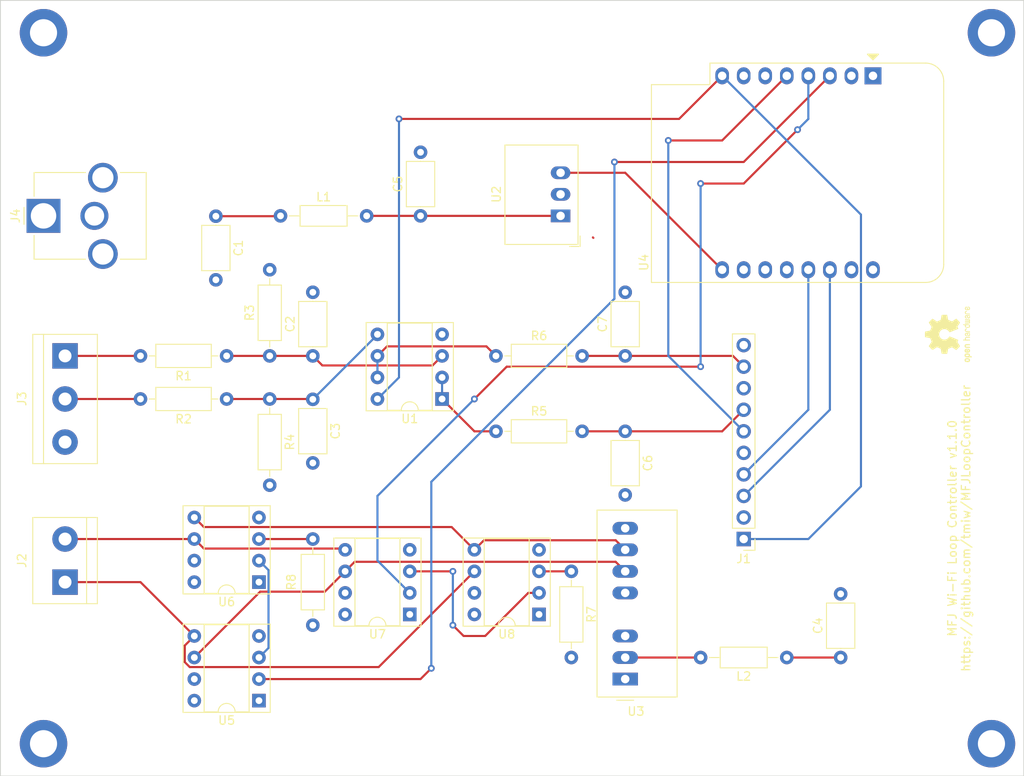
<source format=kicad_pcb>
(kicad_pcb (version 20171130) (host pcbnew "(5.1.7-0-10_14)")
  (layers (0 F.Cu signal hide) (1 In1.Cu signal hide) (2 In2.Cu signal) (31 B.Cu signal hide) (34 B.Paste user) (35 F.Paste user) (36 B.SilkS user) (37 F.SilkS user) (38 B.Mask user) (39 F.Mask user) (44 Edge.Cuts user))
  (net 0 "")
  (net 1 GND)
  (net 2 +12V)
  (net 3 "Net-(C2-Pad1)")
  (net 4 "Net-(C3-Pad1)")
  (net 5 /ISOLATED_12V)
  (net 6 /ISOLATED_GND)
  (net 7 "Net-(C7-Pad1)")
  (net 8 /BIAS_R)
  (net 9 /BIAS_L)
  (net 10 /REV_PWR)
  (net 11 /FWD_POWER)
  (net 12 /POWER_5V)
  (net 13 "Net-(U3-Pad8)")
  (net 14 "Net-(U3-Pad3)")
  (net 15 /GPIO_TUNE_UP)
  (net 16 "Net-(U4-Pad7)")
  (net 17 "Net-(U4-Pad1)")
  (net 18 "Net-(U5-Pad8)")
  (net 19 "Net-(U5-Pad4)")
  (net 20 "Net-(U5-Pad7)")
  (net 21 "Net-(U5-Pad3)")
  (net 22 /GPIO_TUNE_DOWN)
  (net 23 "Net-(U5-Pad1)")
  (net 24 "Net-(U6-Pad8)")
  (net 25 "Net-(U6-Pad4)")
  (net 26 "Net-(U6-Pad7)")
  (net 27 "Net-(U6-Pad1)")
  (net 28 /ADC_SCL)
  (net 29 /ADC_SDA)
  (net 30 /POWER_3.3V)
  (net 31 "Net-(U7-Pad7)")
  (net 32 "Net-(U7-Pad1)")
  (net 33 "Net-(C5-Pad1)")
  (net 34 "Net-(C6-Pad1)")
  (net 35 /ADC_ALERT)
  (net 36 "Net-(L2-Pad2)")
  (net 37 "Net-(R5-Pad1)")
  (net 38 "Net-(R6-Pad1)")
  (net 39 "Net-(R7-Pad1)")
  (net 40 "Net-(R8-Pad1)")
  (net 41 "Net-(U3-Pad5)")
  (net 42 "Net-(U4-Pad16)")
  (net 43 "Net-(U4-Pad15)")
  (net 44 "Net-(U4-Pad12)")
  (net 45 "Net-(U4-Pad11)")
  (net 46 "Net-(U4-Pad6)")
  (net 47 "Net-(U4-Pad2)")
  (net 48 "Net-(U7-Pad8)")
  (net 49 "Net-(U7-Pad4)")
  (net 50 "Net-(U7-Pad3)")
  (net 51 "Net-(U8-Pad8)")
  (net 52 "Net-(U8-Pad4)")
  (net 53 "Net-(U8-Pad7)")
  (net 54 "Net-(U8-Pad1)")
  (module Symbol:OSHW-Logo2_7.3x6mm_SilkScreen (layer F.Cu) (at 170.18 64.77 90)
    (fp_text reference REF** hide)
    (fp_text value OSHW-Logo2_7.3x6mm_SilkScreen hide)
  )
  (module TerminalBlock:TerminalBlock_bornier-3_P5.08mm (layer F.Cu) (at 66.04 67.31 270)
    (fp_text reference J3 (at 5.05 5.08 90) (layer F.SilkS))
    (fp_text value "SWR Bridge")
    (pad 3 thru_hole circle (at 10.16 0 270) (size 3 3) (drill 1.52) (layers *.Cu *.Mask) (net 1 GND))
    (pad 2 thru_hole circle (at 5.08 0 270) (size 3 3) (drill 1.52) (layers *.Cu *.Mask) (net 10 /REV_PWR))
    (pad 1 thru_hole rect (at 0 0 270) (size 3 3) (drill 1.52) (layers *.Cu *.Mask) (net 11 /FWD_POWER))
  )
  (module Converter_DCDC:Converter_DCDC_RECOM_R-78E-0.5_THT (layer F.Cu) (at 124.46 50.8 90)
    (fp_text reference U2 (at 2.54 -7.56 90) (layer F.SilkS))
    (fp_text value R-785.0-1.0)
    (pad 3 thru_hole oval (at 5.08 0 90) (size 1.5 2.3) (drill 1) (layers *.Cu *.Mask) (net 12 /POWER_5V))
    (pad 2 thru_hole oval (at 2.54 0 90) (size 1.5 2.3) (drill 1) (layers *.Cu *.Mask) (net 1 GND))
    (pad 1 thru_hole rect (at 0 0 90) (size 1.5 2.3) (drill 1) (layers *.Cu *.Mask) (net 33 "Net-(C5-Pad1)"))
  )
  (module Connector_BarrelJack:BarrelJack_CUI_PJ-063AH_Horizontal_CircularHoles (layer F.Cu) (at 63.5 50.8 90)
    (fp_text reference J4 (at 0 -3.3 90) (layer F.SilkS))
    (fp_text value DC+12V)
    (pad "" np_thru_hole circle (at 0 9 90) (size 1.6 1.6) (drill 1.6) (layers *.Cu *.Mask))
    (pad MP thru_hole circle (at 4.5 7 90) (size 3.5 3.5) (drill 2.5) (layers *.Cu *.Mask))
    (pad MP thru_hole circle (at -4.5 7 90) (size 3.5 3.5) (drill 2.5) (layers *.Cu *.Mask))
    (pad 2 thru_hole circle (at 0 6 90) (size 3.3 3.3) (drill 2.3) (layers *.Cu *.Mask) (net 2 +12V))
    (pad 1 thru_hole rect (at 0 0 90) (size 4 4) (drill 3) (layers *.Cu *.Mask) (net 1 GND))
  )
  (module TerminalBlock:TerminalBlock_bornier-2_P5.08mm (layer F.Cu) (at 66.04 93.98 90)
    (fp_text reference J2 (at 2.54 -5.08 90) (layer F.SilkS))
    (fp_text value "Bias Tee")
    (pad 2 thru_hole circle (at 5.08 0 90) (size 3 3) (drill 1.52) (layers *.Cu *.Mask) (net 8 /BIAS_R))
    (pad 1 thru_hole rect (at 0 0 90) (size 3 3) (drill 1.52) (layers *.Cu *.Mask) (net 9 /BIAS_L))
  )
  (module Connector_PinHeader_2.54mm:PinHeader_1x10_P2.54mm_Vertical (layer F.Cu) (at 146.05 88.9 180)
    (fp_text reference J1 (at 0 -2.33) (layer F.SilkS))
    (fp_text value "Adafruit ADS1115")
    (pad 10 thru_hole oval (at 0 22.86 180) (size 1.7 1.7) (drill 1) (layers *.Cu *.Mask) (net 1 GND))
    (pad 9 thru_hole oval (at 0 20.32 180) (size 1.7 1.7) (drill 1) (layers *.Cu *.Mask) (net 7 "Net-(C7-Pad1)"))
    (pad 8 thru_hole oval (at 0 17.78 180) (size 1.7 1.7) (drill 1) (layers *.Cu *.Mask) (net 1 GND))
    (pad 7 thru_hole oval (at 0 15.24 180) (size 1.7 1.7) (drill 1) (layers *.Cu *.Mask) (net 34 "Net-(C6-Pad1)"))
    (pad 6 thru_hole oval (at 0 12.7 180) (size 1.7 1.7) (drill 1) (layers *.Cu *.Mask) (net 35 /ADC_ALERT))
    (pad 5 thru_hole oval (at 0 10.16 180) (size 1.7 1.7) (drill 1) (layers *.Cu *.Mask) (net 1 GND))
    (pad 4 thru_hole oval (at 0 7.62 180) (size 1.7 1.7) (drill 1) (layers *.Cu *.Mask) (net 29 /ADC_SDA))
    (pad 3 thru_hole oval (at 0 5.08 180) (size 1.7 1.7) (drill 1) (layers *.Cu *.Mask) (net 28 /ADC_SCL))
    (pad 2 thru_hole oval (at 0 2.54 180) (size 1.7 1.7) (drill 1) (layers *.Cu *.Mask) (net 1 GND))
    (pad 1 thru_hole rect (at 0 0 180) (size 1.7 1.7) (drill 1) (layers *.Cu *.Mask) (net 30 /POWER_3.3V))
  )
  (module MountingHole:MountingHole_3.2mm_M3_DIN965_Pad_TopBottom (layer F.Cu) (at 63.5 29.21)
    (fp_text reference H1 (at 0 0) (layer F.SilkS))
    (fp_text value MountingHole_Pad)
    (pad 1 connect circle (at 0 0) (size 5.6 5.6) (layers B.Cu B.Mask) (net 1 GND))
    (pad 1 connect circle (at 0 0) (size 5.6 5.6) (layers F.Cu F.Mask) (net 1 GND))
    (pad 1 thru_hole circle (at 0 0) (size 3.6 3.6) (drill 3.2) (layers *.Cu *.Mask) (net 1 GND))
  )
  (module Package_DIP:DIP-8_W7.62mm_Socket (layer F.Cu) (at 121.92 97.79 180)
    (fp_text reference U8 (at 3.81 -2.33) (layer F.SilkS))
    (fp_text value LCC120)
    (pad 8 thru_hole oval (at 7.62 0 180) (size 1.6 1.6) (drill 0.8) (layers *.Cu *.Mask) (net 51 "Net-(U8-Pad8)"))
    (pad 4 thru_hole oval (at 0 7.62 180) (size 1.6 1.6) (drill 0.8) (layers *.Cu *.Mask) (net 52 "Net-(U8-Pad4)"))
    (pad 7 thru_hole oval (at 7.62 2.54 180) (size 1.6 1.6) (drill 0.8) (layers *.Cu *.Mask) (net 53 "Net-(U8-Pad7)"))
    (pad 3 thru_hole oval (at 0 5.08 180) (size 1.6 1.6) (drill 0.8) (layers *.Cu *.Mask) (net 39 "Net-(R7-Pad1)"))
    (pad 6 thru_hole oval (at 7.62 5.08 180) (size 1.6 1.6) (drill 0.8) (layers *.Cu *.Mask) (net 9 /BIAS_L))
    (pad 2 thru_hole oval (at 0 2.54 180) (size 1.6 1.6) (drill 0.8) (layers *.Cu *.Mask) (net 50 "Net-(U7-Pad3)"))
    (pad 5 thru_hole oval (at 7.62 7.62 180) (size 1.6 1.6) (drill 0.8) (layers *.Cu *.Mask) (net 6 /ISOLATED_GND))
    (pad 1 thru_hole rect (at 0 0 180) (size 1.6 1.6) (drill 0.8) (layers *.Cu *.Mask) (net 54 "Net-(U8-Pad1)"))
  )
  (module Package_DIP:DIP-8_W7.62mm_Socket (layer F.Cu) (at 106.68 97.79 180)
    (fp_text reference U7 (at 3.81 -2.33) (layer F.SilkS))
    (fp_text value LCC120)
    (pad 8 thru_hole oval (at 7.62 0 180) (size 1.6 1.6) (drill 0.8) (layers *.Cu *.Mask) (net 48 "Net-(U7-Pad8)"))
    (pad 4 thru_hole oval (at 0 7.62 180) (size 1.6 1.6) (drill 0.8) (layers *.Cu *.Mask) (net 49 "Net-(U7-Pad4)"))
    (pad 7 thru_hole oval (at 7.62 2.54 180) (size 1.6 1.6) (drill 0.8) (layers *.Cu *.Mask) (net 31 "Net-(U7-Pad7)"))
    (pad 3 thru_hole oval (at 0 5.08 180) (size 1.6 1.6) (drill 0.8) (layers *.Cu *.Mask) (net 50 "Net-(U7-Pad3)"))
    (pad 6 thru_hole oval (at 7.62 5.08 180) (size 1.6 1.6) (drill 0.8) (layers *.Cu *.Mask) (net 5 /ISOLATED_12V))
    (pad 2 thru_hole oval (at 0 2.54 180) (size 1.6 1.6) (drill 0.8) (layers *.Cu *.Mask) (net 22 /GPIO_TUNE_DOWN))
    (pad 5 thru_hole oval (at 7.62 7.62 180) (size 1.6 1.6) (drill 0.8) (layers *.Cu *.Mask) (net 8 /BIAS_R))
    (pad 1 thru_hole rect (at 0 0 180) (size 1.6 1.6) (drill 0.8) (layers *.Cu *.Mask) (net 32 "Net-(U7-Pad1)"))
  )
  (module Package_DIP:DIP-8_W7.62mm_Socket (layer F.Cu) (at 88.9 93.98 180)
    (fp_text reference U6 (at 3.81 -2.33) (layer F.SilkS))
    (fp_text value LCC120)
    (pad 8 thru_hole oval (at 7.62 0 180) (size 1.6 1.6) (drill 0.8) (layers *.Cu *.Mask) (net 24 "Net-(U6-Pad8)"))
    (pad 4 thru_hole oval (at 0 7.62 180) (size 1.6 1.6) (drill 0.8) (layers *.Cu *.Mask) (net 25 "Net-(U6-Pad4)"))
    (pad 7 thru_hole oval (at 7.62 2.54 180) (size 1.6 1.6) (drill 0.8) (layers *.Cu *.Mask) (net 26 "Net-(U6-Pad7)"))
    (pad 3 thru_hole oval (at 0 5.08 180) (size 1.6 1.6) (drill 0.8) (layers *.Cu *.Mask) (net 40 "Net-(R8-Pad1)"))
    (pad 6 thru_hole oval (at 7.62 5.08 180) (size 1.6 1.6) (drill 0.8) (layers *.Cu *.Mask) (net 8 /BIAS_R))
    (pad 2 thru_hole oval (at 0 2.54 180) (size 1.6 1.6) (drill 0.8) (layers *.Cu *.Mask) (net 21 "Net-(U5-Pad3)"))
    (pad 5 thru_hole oval (at 7.62 7.62 180) (size 1.6 1.6) (drill 0.8) (layers *.Cu *.Mask) (net 6 /ISOLATED_GND))
    (pad 1 thru_hole rect (at 0 0 180) (size 1.6 1.6) (drill 0.8) (layers *.Cu *.Mask) (net 27 "Net-(U6-Pad1)"))
  )
  (module Package_DIP:DIP-8_W7.62mm_Socket (layer F.Cu) (at 88.9 107.95 180)
    (fp_text reference U5 (at 3.81 -2.33) (layer F.SilkS))
    (fp_text value LCC120)
    (pad 8 thru_hole oval (at 7.62 0 180) (size 1.6 1.6) (drill 0.8) (layers *.Cu *.Mask) (net 18 "Net-(U5-Pad8)"))
    (pad 4 thru_hole oval (at 0 7.62 180) (size 1.6 1.6) (drill 0.8) (layers *.Cu *.Mask) (net 19 "Net-(U5-Pad4)"))
    (pad 7 thru_hole oval (at 7.62 2.54 180) (size 1.6 1.6) (drill 0.8) (layers *.Cu *.Mask) (net 20 "Net-(U5-Pad7)"))
    (pad 3 thru_hole oval (at 0 5.08 180) (size 1.6 1.6) (drill 0.8) (layers *.Cu *.Mask) (net 21 "Net-(U5-Pad3)"))
    (pad 6 thru_hole oval (at 7.62 5.08 180) (size 1.6 1.6) (drill 0.8) (layers *.Cu *.Mask) (net 5 /ISOLATED_12V))
    (pad 2 thru_hole oval (at 0 2.54 180) (size 1.6 1.6) (drill 0.8) (layers *.Cu *.Mask) (net 15 /GPIO_TUNE_UP))
    (pad 5 thru_hole oval (at 7.62 7.62 180) (size 1.6 1.6) (drill 0.8) (layers *.Cu *.Mask) (net 9 /BIAS_L))
    (pad 1 thru_hole rect (at 0 0 180) (size 1.6 1.6) (drill 0.8) (layers *.Cu *.Mask) (net 23 "Net-(U5-Pad1)"))
  )
  (module Module:WEMOS_D1_mini_light (layer F.Cu) (at 161.29 34.29 270)
    (fp_text reference U4 (at 22 27 90) (layer F.SilkS))
    (fp_text value WeMos_D1_mini)
    (pad 16 thru_hole oval (at 22.86 0 270) (size 2 1.6) (drill 1) (layers *.Cu *.Mask) (net 42 "Net-(U4-Pad16)"))
    (pad 15 thru_hole oval (at 22.86 2.54 270) (size 2 1.6) (drill 1) (layers *.Cu *.Mask) (net 43 "Net-(U4-Pad15)"))
    (pad 14 thru_hole oval (at 22.86 5.08 270) (size 2 1.6) (drill 1) (layers *.Cu *.Mask) (net 28 /ADC_SCL))
    (pad 13 thru_hole oval (at 22.86 7.62 270) (size 2 1.6) (drill 1) (layers *.Cu *.Mask) (net 29 /ADC_SDA))
    (pad 12 thru_hole oval (at 22.86 10.16 270) (size 2 1.6) (drill 1) (layers *.Cu *.Mask) (net 44 "Net-(U4-Pad12)"))
    (pad 11 thru_hole oval (at 22.86 12.7 270) (size 2 1.6) (drill 1) (layers *.Cu *.Mask) (net 45 "Net-(U4-Pad11)"))
    (pad 10 thru_hole oval (at 22.86 15.24 270) (size 2 1.6) (drill 1) (layers *.Cu *.Mask) (net 1 GND))
    (pad 9 thru_hole oval (at 22.86 17.78 270) (size 2 1.6) (drill 1) (layers *.Cu *.Mask) (net 12 /POWER_5V))
    (pad 8 thru_hole oval (at 0 17.78 270) (size 2 1.6) (drill 1) (layers *.Cu *.Mask) (net 30 /POWER_3.3V))
    (pad 7 thru_hole oval (at 0 15.24 270) (size 2 1.6) (drill 1) (layers *.Cu *.Mask) (net 16 "Net-(U4-Pad7)"))
    (pad 6 thru_hole oval (at 0 12.7 270) (size 2 1.6) (drill 1) (layers *.Cu *.Mask) (net 46 "Net-(U4-Pad6)"))
    (pad 5 thru_hole oval (at 0 10.16 270) (size 2 1.6) (drill 1) (layers *.Cu *.Mask) (net 35 /ADC_ALERT))
    (pad 4 thru_hole oval (at 0 7.62 270) (size 2 1.6) (drill 1) (layers *.Cu *.Mask) (net 22 /GPIO_TUNE_DOWN))
    (pad 3 thru_hole oval (at 0 5.08 270) (size 2 1.6) (drill 1) (layers *.Cu *.Mask) (net 15 /GPIO_TUNE_UP))
    (pad 1 thru_hole rect (at 0 0 270) (size 2 2) (drill 1) (layers *.Cu *.Mask) (net 17 "Net-(U4-Pad1)"))
    (pad 2 thru_hole oval (at 0 2.54 270) (size 2 1.6) (drill 1) (layers *.Cu *.Mask) (net 47 "Net-(U4-Pad2)"))
  )
  (module Converter_DCDC:Converter_DCDC_TRACO_TMR-xxxx_THT (layer F.Cu) (at 132.08 105.41 90)
    (fp_text reference U3 (at -3.81 1.27 180) (layer F.SilkS))
    (fp_text value TMR3-1212)
    (pad 8 thru_hole oval (at 17.78 0 90) (size 1.5 3) (drill 1) (layers *.Cu *.Mask) (net 13 "Net-(U3-Pad8)"))
    (pad 7 thru_hole oval (at 15.24 0 90) (size 1.5 3) (drill 1) (layers *.Cu *.Mask) (net 6 /ISOLATED_GND))
    (pad 3 thru_hole oval (at 5.08 0 90) (size 1.5 3) (drill 1) (layers *.Cu *.Mask) (net 14 "Net-(U3-Pad3)"))
    (pad 6 thru_hole oval (at 12.7 0 90) (size 1.5 3) (drill 1) (layers *.Cu *.Mask) (net 5 /ISOLATED_12V))
    (pad 5 thru_hole oval (at 10.16 0 90) (size 1.5 3) (drill 1) (layers *.Cu *.Mask) (net 41 "Net-(U3-Pad5)"))
    (pad 2 thru_hole oval (at 2.54 0 90) (size 1.5 3) (drill 1) (layers *.Cu *.Mask) (net 36 "Net-(L2-Pad2)"))
    (pad 1 thru_hole rect (at 0 0 90) (size 1.5 3) (drill 1) (layers *.Cu *.Mask) (net 1 GND))
  )
  (module Package_DIP:DIP-8_W7.62mm_Socket (layer F.Cu) (at 110.49 72.39 180)
    (fp_text reference U1 (at 3.81 -2.33) (layer F.SilkS))
    (fp_text value AD8032)
    (pad 8 thru_hole oval (at 7.62 0 180) (size 1.6 1.6) (drill 0.8) (layers *.Cu *.Mask) (net 30 /POWER_3.3V))
    (pad 4 thru_hole oval (at 0 7.62 180) (size 1.6 1.6) (drill 0.8) (layers *.Cu *.Mask) (net 1 GND))
    (pad 7 thru_hole oval (at 7.62 2.54 180) (size 1.6 1.6) (drill 0.8) (layers *.Cu *.Mask) (net 38 "Net-(R6-Pad1)"))
    (pad 3 thru_hole oval (at 0 5.08 180) (size 1.6 1.6) (drill 0.8) (layers *.Cu *.Mask) (net 3 "Net-(C2-Pad1)"))
    (pad 6 thru_hole oval (at 7.62 5.08 180) (size 1.6 1.6) (drill 0.8) (layers *.Cu *.Mask) (net 38 "Net-(R6-Pad1)"))
    (pad 2 thru_hole oval (at 0 2.54 180) (size 1.6 1.6) (drill 0.8) (layers *.Cu *.Mask) (net 37 "Net-(R5-Pad1)"))
    (pad 5 thru_hole oval (at 7.62 7.62 180) (size 1.6 1.6) (drill 0.8) (layers *.Cu *.Mask) (net 4 "Net-(C3-Pad1)"))
    (pad 1 thru_hole rect (at 0 0 180) (size 1.6 1.6) (drill 0.8) (layers *.Cu *.Mask) (net 37 "Net-(R5-Pad1)"))
  )
  (module Resistor_THT:R_Axial_DIN0207_L6.3mm_D2.5mm_P10.16mm_Horizontal (layer F.Cu) (at 95.25 88.9 270)
    (fp_text reference R8 (at 5.08 2.54 90) (layer F.SilkS))
    (fp_text value 100)
    (pad 2 thru_hole oval (at 10.16 0 270) (size 1.6 1.6) (drill 0.8) (layers *.Cu *.Mask) (net 1 GND))
    (pad 1 thru_hole circle (at 0 0 270) (size 1.6 1.6) (drill 0.8) (layers *.Cu *.Mask) (net 40 "Net-(R8-Pad1)"))
  )
  (module Resistor_THT:R_Axial_DIN0207_L6.3mm_D2.5mm_P10.16mm_Horizontal (layer F.Cu) (at 125.73 92.71 270)
    (fp_text reference R7 (at 5.08 -2.37 90) (layer F.SilkS))
    (fp_text value 100)
    (pad 2 thru_hole oval (at 10.16 0 270) (size 1.6 1.6) (drill 0.8) (layers *.Cu *.Mask) (net 1 GND))
    (pad 1 thru_hole circle (at 0 0 270) (size 1.6 1.6) (drill 0.8) (layers *.Cu *.Mask) (net 39 "Net-(R7-Pad1)"))
  )
  (module Resistor_THT:R_Axial_DIN0207_L6.3mm_D2.5mm_P10.16mm_Horizontal (layer F.Cu) (at 116.84 67.31)
    (fp_text reference R6 (at 5.08 -2.37) (layer F.SilkS))
    (fp_text value 150)
    (pad 2 thru_hole oval (at 10.16 0) (size 1.6 1.6) (drill 0.8) (layers *.Cu *.Mask) (net 7 "Net-(C7-Pad1)"))
    (pad 1 thru_hole circle (at 0 0) (size 1.6 1.6) (drill 0.8) (layers *.Cu *.Mask) (net 38 "Net-(R6-Pad1)"))
  )
  (module Resistor_THT:R_Axial_DIN0207_L6.3mm_D2.5mm_P10.16mm_Horizontal (layer F.Cu) (at 116.84 76.2)
    (fp_text reference R5 (at 5.08 -2.37) (layer F.SilkS))
    (fp_text value 150)
    (pad 2 thru_hole oval (at 10.16 0) (size 1.6 1.6) (drill 0.8) (layers *.Cu *.Mask) (net 34 "Net-(C6-Pad1)"))
    (pad 1 thru_hole circle (at 0 0) (size 1.6 1.6) (drill 0.8) (layers *.Cu *.Mask) (net 37 "Net-(R5-Pad1)"))
  )
  (module Resistor_THT:R_Axial_DIN0207_L6.3mm_D2.5mm_P10.16mm_Horizontal (layer F.Cu) (at 90.17 72.39 270)
    (fp_text reference R4 (at 5.08 -2.37 90) (layer F.SilkS))
    (fp_text value 18K)
    (pad 2 thru_hole oval (at 10.16 0 270) (size 1.6 1.6) (drill 0.8) (layers *.Cu *.Mask) (net 1 GND))
    (pad 1 thru_hole circle (at 0 0 270) (size 1.6 1.6) (drill 0.8) (layers *.Cu *.Mask) (net 4 "Net-(C3-Pad1)"))
  )
  (module Resistor_THT:R_Axial_DIN0207_L6.3mm_D2.5mm_P10.16mm_Horizontal (layer F.Cu) (at 90.17 67.31 90)
    (fp_text reference R3 (at 5.08 -2.37 90) (layer F.SilkS))
    (fp_text value 18K)
    (pad 2 thru_hole oval (at 10.16 0 90) (size 1.6 1.6) (drill 0.8) (layers *.Cu *.Mask) (net 1 GND))
    (pad 1 thru_hole circle (at 0 0 90) (size 1.6 1.6) (drill 0.8) (layers *.Cu *.Mask) (net 3 "Net-(C2-Pad1)"))
  )
  (module Resistor_THT:R_Axial_DIN0207_L6.3mm_D2.5mm_P10.16mm_Horizontal (layer F.Cu) (at 85.09 72.39 180)
    (fp_text reference R2 (at 5.08 -2.37) (layer F.SilkS))
    (fp_text value 22K)
    (pad 2 thru_hole oval (at 10.16 0 180) (size 1.6 1.6) (drill 0.8) (layers *.Cu *.Mask) (net 10 /REV_PWR))
    (pad 1 thru_hole circle (at 0 0 180) (size 1.6 1.6) (drill 0.8) (layers *.Cu *.Mask) (net 4 "Net-(C3-Pad1)"))
  )
  (module Resistor_THT:R_Axial_DIN0207_L6.3mm_D2.5mm_P10.16mm_Horizontal (layer F.Cu) (at 85.09 67.31 180)
    (fp_text reference R1 (at 5.08 -2.37) (layer F.SilkS))
    (fp_text value 22K)
    (pad 2 thru_hole oval (at 10.16 0 180) (size 1.6 1.6) (drill 0.8) (layers *.Cu *.Mask) (net 11 /FWD_POWER))
    (pad 1 thru_hole circle (at 0 0 180) (size 1.6 1.6) (drill 0.8) (layers *.Cu *.Mask) (net 3 "Net-(C2-Pad1)"))
  )
  (module Inductor_THT:L_Axial_L5.3mm_D2.2mm_P10.16mm_Horizontal_Vishay_IM-1 (layer F.Cu) (at 151.13 102.87 180)
    (fp_text reference L2 (at 5.08 -2.22) (layer F.SilkS))
    (fp_text value 18uH)
    (pad 2 thru_hole oval (at 10.16 0 180) (size 1.6 1.6) (drill 0.8) (layers *.Cu *.Mask) (net 36 "Net-(L2-Pad2)"))
    (pad 1 thru_hole circle (at 0 0 180) (size 1.6 1.6) (drill 0.8) (layers *.Cu *.Mask) (net 2 +12V))
  )
  (module Inductor_THT:L_Axial_L5.3mm_D2.2mm_P10.16mm_Horizontal_Vishay_IM-1 (layer F.Cu) (at 91.44 50.8)
    (fp_text reference L1 (at 5.08 -2.22) (layer F.SilkS))
    (fp_text value 5.6uH)
    (pad 2 thru_hole oval (at 10.16 0) (size 1.6 1.6) (drill 0.8) (layers *.Cu *.Mask) (net 33 "Net-(C5-Pad1)"))
    (pad 1 thru_hole circle (at 0 0) (size 1.6 1.6) (drill 0.8) (layers *.Cu *.Mask) (net 2 +12V))
  )
  (module Capacitor_THT:C_Axial_L5.1mm_D3.1mm_P7.50mm_Horizontal (layer F.Cu) (at 132.08 76.2 270)
    (fp_text reference C6 (at 3.75 -2.67 90) (layer F.SilkS))
    (fp_text value 2.2uF)
    (pad 2 thru_hole oval (at 7.5 0 270) (size 1.6 1.6) (drill 0.8) (layers *.Cu *.Mask) (net 1 GND))
    (pad 1 thru_hole circle (at 0 0 270) (size 1.6 1.6) (drill 0.8) (layers *.Cu *.Mask) (net 34 "Net-(C6-Pad1)"))
  )
  (module Capacitor_THT:C_Axial_L5.1mm_D3.1mm_P7.50mm_Horizontal (layer F.Cu) (at 132.08 67.31 90)
    (fp_text reference C7 (at 3.75 -2.67 90) (layer F.SilkS))
    (fp_text value 2.2uF)
    (pad 2 thru_hole oval (at 7.5 0 90) (size 1.6 1.6) (drill 0.8) (layers *.Cu *.Mask) (net 1 GND))
    (pad 1 thru_hole circle (at 0 0 90) (size 1.6 1.6) (drill 0.8) (layers *.Cu *.Mask) (net 7 "Net-(C7-Pad1)"))
  )
  (module Capacitor_THT:C_Axial_L5.1mm_D3.1mm_P7.50mm_Horizontal (layer F.Cu) (at 83.82 50.84 270)
    (fp_text reference C1 (at 3.75 -2.67 90) (layer F.SilkS))
    (fp_text value "10uF 100V")
    (pad 2 thru_hole oval (at 7.5 0 270) (size 1.6 1.6) (drill 0.8) (layers *.Cu *.Mask) (net 1 GND))
    (pad 1 thru_hole circle (at 0 0 270) (size 1.6 1.6) (drill 0.8) (layers *.Cu *.Mask) (net 2 +12V))
  )
  (module Capacitor_THT:C_Axial_L5.1mm_D3.1mm_P7.50mm_Horizontal (layer F.Cu) (at 95.25 67.31 90)
    (fp_text reference C2 (at 3.75 -2.67 90) (layer F.SilkS))
    (fp_text value 4.7nF)
    (pad 2 thru_hole oval (at 7.5 0 90) (size 1.6 1.6) (drill 0.8) (layers *.Cu *.Mask) (net 1 GND))
    (pad 1 thru_hole circle (at 0 0 90) (size 1.6 1.6) (drill 0.8) (layers *.Cu *.Mask) (net 3 "Net-(C2-Pad1)"))
  )
  (module MountingHole:MountingHole_3.2mm_M3_DIN965_Pad_TopBottom (layer F.Cu) (at 175.26 113.03)
    (fp_text reference H4 (at 0 0) (layer F.SilkS))
    (fp_text value MountingHole_Pad)
    (pad 1 connect circle (at 0 0) (size 5.6 5.6) (layers B.Cu B.Mask) (net 1 GND))
    (pad 1 connect circle (at 0 0) (size 5.6 5.6) (layers F.Cu F.Mask) (net 1 GND))
    (pad 1 thru_hole circle (at 0 0) (size 3.6 3.6) (drill 3.2) (layers *.Cu *.Mask) (net 1 GND))
  )
  (module MountingHole:MountingHole_3.2mm_M3_DIN965_Pad_TopBottom (layer F.Cu) (at 63.5 113.03)
    (fp_text reference H3 (at 0 0) (layer F.SilkS))
    (fp_text value MountingHole_Pad)
    (pad 1 connect circle (at 0 0) (size 5.6 5.6) (layers B.Cu B.Mask) (net 1 GND))
    (pad 1 connect circle (at 0 0) (size 5.6 5.6) (layers F.Cu F.Mask) (net 1 GND))
    (pad 1 thru_hole circle (at 0 0) (size 3.6 3.6) (drill 3.2) (layers *.Cu *.Mask) (net 1 GND))
  )
  (module MountingHole:MountingHole_3.2mm_M3_DIN965_Pad_TopBottom (layer F.Cu) (at 175.26 29.21)
    (fp_text reference H2 (at 0 0) (layer F.SilkS))
    (fp_text value MountingHole_Pad)
    (pad 1 connect circle (at 0 0) (size 5.6 5.6) (layers B.Cu B.Mask) (net 1 GND))
    (pad 1 connect circle (at 0 0) (size 5.6 5.6) (layers F.Cu F.Mask) (net 1 GND))
    (pad 1 thru_hole circle (at 0 0) (size 3.6 3.6) (drill 3.2) (layers *.Cu *.Mask) (net 1 GND))
  )
  (module Capacitor_THT:C_Axial_L5.1mm_D3.1mm_P7.50mm_Horizontal (layer F.Cu) (at 95.25 72.43 270)
    (fp_text reference C3 (at 3.75 -2.67 90) (layer F.SilkS))
    (fp_text value 4.7nF)
    (pad 2 thru_hole oval (at 7.5 0 270) (size 1.6 1.6) (drill 0.8) (layers *.Cu *.Mask) (net 1 GND))
    (pad 1 thru_hole circle (at 0 0 270) (size 1.6 1.6) (drill 0.8) (layers *.Cu *.Mask) (net 4 "Net-(C3-Pad1)"))
  )
  (module Capacitor_THT:C_Axial_L5.1mm_D3.1mm_P7.50mm_Horizontal (layer F.Cu) (at 157.48 102.87 90)
    (fp_text reference C4 (at 3.75 -2.67 90) (layer F.SilkS))
    (fp_text value "2.2uF 25V")
    (pad 2 thru_hole oval (at 7.5 0 90) (size 1.6 1.6) (drill 0.8) (layers *.Cu *.Mask) (net 1 GND))
    (pad 1 thru_hole circle (at 0 0 90) (size 1.6 1.6) (drill 0.8) (layers *.Cu *.Mask) (net 2 +12V))
  )
  (module Capacitor_THT:C_Axial_L5.1mm_D3.1mm_P7.50mm_Horizontal (layer F.Cu) (at 107.95 50.8 90)
    (fp_text reference C5 (at 3.75 -2.67 90) (layer F.SilkS))
    (fp_text value "2.2uF 100V")
    (pad 2 thru_hole oval (at 7.5 0 90) (size 1.6 1.6) (drill 0.8) (layers *.Cu *.Mask) (net 1 GND))
    (pad 1 thru_hole circle (at 0 0 90) (size 1.6 1.6) (drill 0.8) (layers *.Cu *.Mask) (net 33 "Net-(C5-Pad1)"))
  )
  (gr_text "MFJ Wi-Fi Loop Controller v1.1.0\nhttps://github.com/tmiw/MFJLoopController" (at 171.45 87.63 90) (layer F.SilkS) (effects (font (size 1 1))))
  (gr_line (start 179.07 25.4) (end 179.07 116.84) (layer Edge.Cuts) (width 0.1))
  (gr_line (start 58.42 25.4) (end 179.07 25.4) (layer Edge.Cuts) (width 0.1))
  (gr_line (start 58.42 116.84) (end 58.42 25.4) (layer Edge.Cuts) (width 0.1))
  (gr_line (start 179.07 116.84) (end 58.42 116.84) (layer Edge.Cuts) (width 0.1))
  (segment (start 128.27 53.34) (end 128.32501 53.39501) (width 0.25) (layer F.Cu) (net 1))
  (segment (start 91.4 50.84) (end 91.44 50.8) (width 0.25) (layer F.Cu) (net 2))
  (segment (start 83.82 50.84) (end 91.4 50.84) (width 0.25) (layer F.Cu) (net 2))
  (segment (start 157.48 102.87) (end 151.13 102.87) (width 0.25) (layer F.Cu) (net 2))
  (segment (start 85.09 67.31) (end 90.17 67.31) (width 0.25) (layer F.Cu) (net 3))
  (segment (start 90.17 67.31) (end 95.25 67.31) (width 0.25) (layer F.Cu) (net 3))
  (segment (start 109.364999 68.435001) (end 110.49 67.31) (width 0.25) (layer F.Cu) (net 3))
  (segment (start 96.375001 68.435001) (end 109.364999 68.435001) (width 0.25) (layer F.Cu) (net 3))
  (segment (start 95.25 67.31) (end 96.375001 68.435001) (width 0.25) (layer F.Cu) (net 3))
  (segment (start 85.09 72.39) (end 90.17 72.39) (width 0.25) (layer F.Cu) (net 4))
  (segment (start 95.21 72.39) (end 95.25 72.43) (width 0.25) (layer F.Cu) (net 4))
  (segment (start 90.17 72.39) (end 95.21 72.39) (width 0.25) (layer F.Cu) (net 4))
  (segment (start 102.87 64.81) (end 102.87 64.77) (width 0.25) (layer B.Cu) (net 4))
  (segment (start 95.25 72.43) (end 102.87 64.81) (width 0.25) (layer B.Cu) (net 4))
  (segment (start 100.185001 91.584999) (end 99.06 92.71) (width 0.25) (layer F.Cu) (net 5))
  (segment (start 130.954999 91.584999) (end 100.185001 91.584999) (width 0.25) (layer F.Cu) (net 5))
  (segment (start 132.08 92.71) (end 130.954999 91.584999) (width 0.25) (layer F.Cu) (net 5))
  (segment (start 89.044999 95.105001) (end 81.28 102.87) (width 0.25) (layer F.Cu) (net 5))
  (segment (start 96.664999 95.105001) (end 89.044999 95.105001) (width 0.25) (layer F.Cu) (net 5))
  (segment (start 99.06 92.71) (end 96.664999 95.105001) (width 0.25) (layer F.Cu) (net 5))
  (segment (start 111.615001 87.485001) (end 114.3 90.17) (width 0.25) (layer F.Cu) (net 6))
  (segment (start 82.405001 87.485001) (end 111.615001 87.485001) (width 0.25) (layer F.Cu) (net 6))
  (segment (start 81.28 86.36) (end 82.405001 87.485001) (width 0.25) (layer F.Cu) (net 6))
  (segment (start 130.954999 89.044999) (end 132.08 90.17) (width 0.25) (layer F.Cu) (net 6))
  (segment (start 115.425001 89.044999) (end 130.954999 89.044999) (width 0.25) (layer F.Cu) (net 6))
  (segment (start 114.3 90.17) (end 115.425001 89.044999) (width 0.25) (layer F.Cu) (net 6))
  (segment (start 144.78 67.31) (end 146.05 68.58) (width 0.25) (layer F.Cu) (net 7))
  (segment (start 127 67.31) (end 132.08 67.31) (width 0.25) (layer F.Cu) (net 7))
  (segment (start 132.08 67.31) (end 144.78 67.31) (width 0.25) (layer F.Cu) (net 7))
  (segment (start 98.915001 90.025001) (end 99.06 90.17) (width 0.25) (layer F.Cu) (net 8))
  (segment (start 82.405001 90.025001) (end 98.915001 90.025001) (width 0.25) (layer F.Cu) (net 8))
  (segment (start 81.28 88.9) (end 82.405001 90.025001) (width 0.25) (layer F.Cu) (net 8))
  (segment (start 66.04 88.9) (end 81.28 88.9) (width 0.25) (layer F.Cu) (net 8))
  (segment (start 74.93 93.98) (end 81.28 100.33) (width 0.25) (layer F.Cu) (net 9))
  (segment (start 103.014999 103.995001) (end 114.3 92.71) (width 0.25) (layer F.Cu) (net 9))
  (segment (start 80.739999 103.995001) (end 103.014999 103.995001) (width 0.25) (layer F.Cu) (net 9))
  (segment (start 80.154999 103.410001) (end 80.739999 103.995001) (width 0.25) (layer F.Cu) (net 9))
  (segment (start 80.154999 101.455001) (end 80.154999 103.410001) (width 0.25) (layer F.Cu) (net 9))
  (segment (start 81.28 100.33) (end 80.154999 101.455001) (width 0.25) (layer F.Cu) (net 9))
  (segment (start 74.93 93.98) (end 66.04 93.98) (width 0.25) (layer F.Cu) (net 9))
  (segment (start 66.04 72.39) (end 74.93 72.39) (width 0.25) (layer F.Cu) (net 10))
  (segment (start 66.04 67.31) (end 74.93 67.31) (width 0.25) (layer F.Cu) (net 11))
  (segment (start 132.08 45.72) (end 143.51 57.15) (width 0.25) (layer F.Cu) (net 12))
  (segment (start 124.46 45.72) (end 132.08 45.72) (width 0.25) (layer F.Cu) (net 12))
  (segment (start 88.9 105.41) (end 107.95 105.41) (width 0.25) (layer F.Cu) (net 15))
  (segment (start 107.95 105.41) (end 109.22 104.14) (width 0.25) (layer F.Cu) (net 15))
  (segment (start 109.22 104.14) (end 109.22 104.14) (width 0.25) (layer F.Cu) (net 15))
  (segment (start 109.22 82.154998) (end 130.81 60.564998) (width 0.25) (layer B.Cu) (net 15))
  (segment (start 109.22 104.14) (end 109.22 82.154998) (width 0.25) (layer B.Cu) (net 15))
  (segment (start 130.81 60.564998) (end 130.81 44.45) (width 0.25) (layer B.Cu) (net 15))
  (segment (start 130.81 44.45) (end 130.81 44.45) (width 0.25) (layer B.Cu) (net 15))
  (segment (start 146.05 44.45) (end 156.21 34.29) (width 0.25) (layer F.Cu) (net 15))
  (segment (start 130.81 44.45) (end 146.05 44.45) (width 0.25) (layer F.Cu) (net 15))
  (via (at 130.81 44.45) (size 0.8) (drill 0.4) (layers F.Cu B.Cu) (net 15))
  (via (at 109.22 104.14) (size 0.8) (drill 0.4) (layers F.Cu B.Cu) (net 15))
  (segment (start 90.025001 101.744999) (end 90.025001 92.565001) (width 0.25) (layer B.Cu) (net 21))
  (segment (start 90.025001 92.565001) (end 88.9 91.44) (width 0.25) (layer B.Cu) (net 21))
  (segment (start 88.9 102.87) (end 90.025001 101.744999) (width 0.25) (layer B.Cu) (net 21))
  (segment (start 153.67 34.29) (end 153.67 39.37) (width 0.25) (layer B.Cu) (net 22))
  (segment (start 153.67 39.37) (end 152.4 40.64) (width 0.25) (layer B.Cu) (net 22))
  (segment (start 152.4 40.64) (end 152.4 40.64) (width 0.25) (layer B.Cu) (net 22))
  (segment (start 152.4 40.64) (end 146.05 46.99) (width 0.25) (layer F.Cu) (net 22))
  (segment (start 146.05 46.99) (end 140.97 46.99) (width 0.25) (layer F.Cu) (net 22))
  (segment (start 140.97 46.99) (end 140.97 46.99) (width 0.25) (layer F.Cu) (net 22))
  (segment (start 140.97 46.99) (end 140.97 68.58) (width 0.25) (layer B.Cu) (net 22))
  (segment (start 140.97 68.58) (end 140.97 68.58) (width 0.25) (layer B.Cu) (net 22))
  (segment (start 140.97 68.58) (end 118.11 68.58) (width 0.25) (layer F.Cu) (net 22))
  (segment (start 118.11 68.58) (end 114.3 72.39) (width 0.25) (layer F.Cu) (net 22))
  (segment (start 114.3 72.39) (end 114.3 72.39) (width 0.25) (layer F.Cu) (net 22))
  (segment (start 114.3 72.39) (end 102.87 83.82) (width 0.25) (layer B.Cu) (net 22))
  (segment (start 102.87 91.44) (end 106.68 95.25) (width 0.25) (layer B.Cu) (net 22))
  (segment (start 102.87 83.82) (end 102.87 91.44) (width 0.25) (layer B.Cu) (net 22))
  (via (at 140.97 46.99) (size 0.8) (drill 0.4) (layers F.Cu B.Cu) (net 22))
  (via (at 152.4 40.64) (size 0.8) (drill 0.4) (layers F.Cu B.Cu) (net 22))
  (via (at 140.97 68.58) (size 0.8) (drill 0.4) (layers F.Cu B.Cu) (net 22))
  (via (at 114.3 72.39) (size 0.8) (drill 0.4) (layers F.Cu B.Cu) (net 22))
  (segment (start 156.21 73.66) (end 156.21 57.15) (width 0.25) (layer B.Cu) (net 28))
  (segment (start 146.05 83.82) (end 156.21 73.66) (width 0.25) (layer B.Cu) (net 28))
  (segment (start 153.67 73.66) (end 153.67 57.15) (width 0.25) (layer B.Cu) (net 29))
  (segment (start 146.05 81.28) (end 153.67 73.66) (width 0.25) (layer B.Cu) (net 29))
  (segment (start 146.05 88.9) (end 153.67 88.9) (width 0.25) (layer B.Cu) (net 30))
  (segment (start 159.87501 50.65501) (end 143.51 34.29) (width 0.25) (layer B.Cu) (net 30))
  (segment (start 159.87501 82.69499) (end 159.87501 50.65501) (width 0.25) (layer B.Cu) (net 30))
  (segment (start 153.67 88.9) (end 159.87501 82.69499) (width 0.25) (layer B.Cu) (net 30))
  (segment (start 102.87 72.39) (end 105.41 69.85) (width 0.25) (layer B.Cu) (net 30))
  (segment (start 105.41 69.85) (end 105.41 39.37) (width 0.25) (layer B.Cu) (net 30))
  (segment (start 105.41 39.37) (end 105.41 39.37) (width 0.25) (layer B.Cu) (net 30))
  (segment (start 138.43 39.37) (end 143.51 34.29) (width 0.25) (layer F.Cu) (net 30))
  (segment (start 105.41 39.37) (end 138.43 39.37) (width 0.25) (layer F.Cu) (net 30))
  (via (at 105.41 39.37) (size 0.8) (drill 0.4) (layers F.Cu B.Cu) (net 30))
  (segment (start 101.6 50.8) (end 107.95 50.8) (width 0.25) (layer F.Cu) (net 33))
  (segment (start 107.95 50.8) (end 124.46 50.8) (width 0.25) (layer F.Cu) (net 33))
  (segment (start 127 76.2) (end 132.08 76.2) (width 0.25) (layer F.Cu) (net 34))
  (segment (start 143.51 76.2) (end 146.05 73.66) (width 0.25) (layer F.Cu) (net 34))
  (segment (start 132.08 76.2) (end 143.51 76.2) (width 0.25) (layer F.Cu) (net 34))
  (segment (start 151.13 34.29) (end 143.51 41.91) (width 0.25) (layer F.Cu) (net 35))
  (segment (start 143.51 41.91) (end 137.16 41.91) (width 0.25) (layer F.Cu) (net 35))
  (segment (start 137.16 41.91) (end 137.16 41.91) (width 0.25) (layer F.Cu) (net 35))
  (segment (start 137.16 67.31) (end 146.05 76.2) (width 0.25) (layer B.Cu) (net 35))
  (segment (start 137.16 41.91) (end 137.16 67.31) (width 0.25) (layer B.Cu) (net 35))
  (via (at 137.16 41.91) (size 0.8) (drill 0.4) (layers F.Cu B.Cu) (net 35))
  (segment (start 140.97 102.87) (end 132.08 102.87) (width 0.25) (layer F.Cu) (net 36))
  (segment (start 114.3 76.2) (end 110.49 72.39) (width 0.25) (layer F.Cu) (net 37))
  (segment (start 116.84 76.2) (end 114.3 76.2) (width 0.25) (layer F.Cu) (net 37))
  (segment (start 110.49 72.39) (end 110.49 69.85) (width 0.25) (layer B.Cu) (net 37))
  (segment (start 103.995001 66.184999) (end 102.87 67.31) (width 0.25) (layer F.Cu) (net 38))
  (segment (start 115.714999 66.184999) (end 103.995001 66.184999) (width 0.25) (layer F.Cu) (net 38))
  (segment (start 116.84 67.31) (end 115.714999 66.184999) (width 0.25) (layer F.Cu) (net 38))
  (segment (start 102.87 69.85) (end 102.87 67.31) (width 0.25) (layer B.Cu) (net 38))
  (segment (start 121.92 92.71) (end 125.73 92.71) (width 0.25) (layer F.Cu) (net 39))
  (segment (start 88.9 88.9) (end 95.25 88.9) (width 0.25) (layer F.Cu) (net 40))
  (segment (start 121.92 95.25) (end 120.65 95.25) (width 0.25) (layer F.Cu) (net 50))
  (segment (start 120.65 95.25) (end 115.57 100.33) (width 0.25) (layer F.Cu) (net 50))
  (segment (start 115.57 100.33) (end 113.03 100.33) (width 0.25) (layer F.Cu) (net 50))
  (segment (start 113.03 100.33) (end 111.76 99.06) (width 0.25) (layer F.Cu) (net 50))
  (segment (start 111.76 99.06) (end 111.76 99.06) (width 0.25) (layer F.Cu) (net 50))
  (segment (start 111.76 99.06) (end 111.76 92.71) (width 0.25) (layer B.Cu) (net 50))
  (segment (start 111.76 92.71) (end 111.76 92.71) (width 0.25) (layer B.Cu) (net 50))
  (segment (start 111.76 92.71) (end 106.68 92.71) (width 0.25) (layer F.Cu) (net 50))
  (via (at 111.76 99.06) (size 0.8) (drill 0.4) (layers F.Cu B.Cu) (net 50))
  (via (at 111.76 92.71) (size 0.8) (drill 0.4) (layers F.Cu B.Cu) (net 50))
)
</source>
